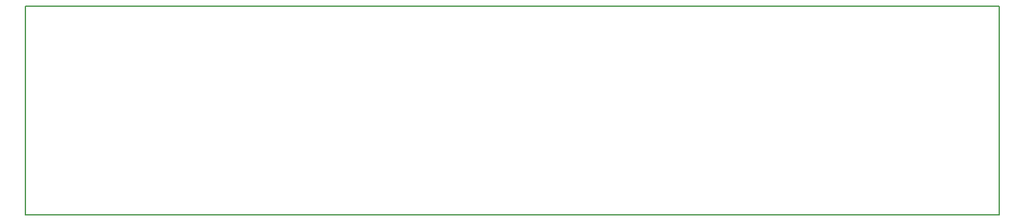
<source format=gm1>
G04 MADE WITH FRITZING*
G04 WWW.FRITZING.ORG*
G04 DOUBLE SIDED*
G04 HOLES PLATED*
G04 CONTOUR ON CENTER OF CONTOUR VECTOR*
%ASAXBY*%
%FSLAX23Y23*%
%MOIN*%
%OFA0B0*%
%SFA1.0B1.0*%
%ADD10R,5.248160X1.137040*%
%ADD11C,0.008000*%
%ADD10C,0.008*%
%LNCONTOUR*%
G90*
G70*
G54D10*
G54D11*
X4Y1133D02*
X5244Y1133D01*
X5244Y4D01*
X4Y4D01*
X4Y1133D01*
D02*
G04 End of contour*
M02*
</source>
